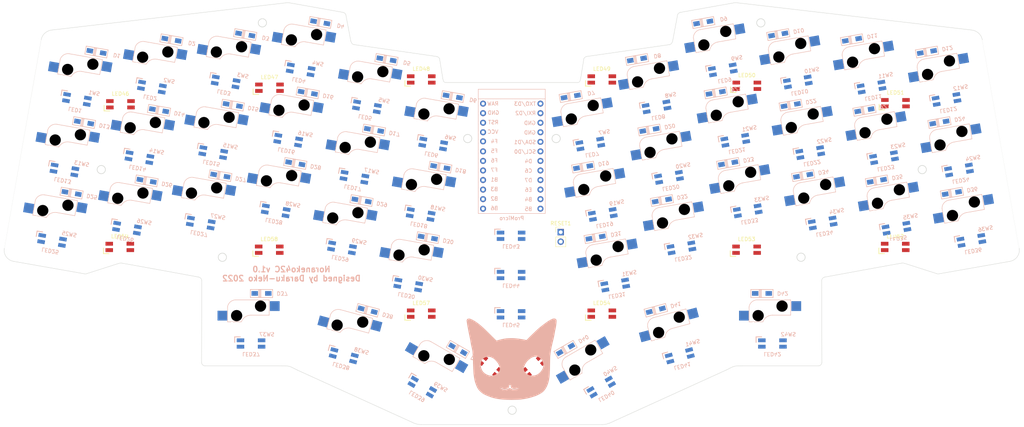
<source format=kicad_pcb>
(kicad_pcb (version 20211014) (generator pcbnew)
  (title_block (date "2022-09-22"))
  (layers (0 "F.Cu" signal) (31 "B.Cu" signal) (34 "B.Paste" user) (35 "F.Paste" user) (36 "B.SilkS" user "B.Silkscreen") (37 "F.SilkS" user "F.Silkscreen") (38 "B.Mask" user) (39 "F.Mask" user) (44 "Edge.Cuts" user))
  (net 0 "")
  (net 1 "ROW0")
  (net 2 "Net-(D1-Pad2)")
  (net 3 "Net-(D2-Pad2)")
  (net 4 "Net-(D3-Pad2)")
  (net 5 "Net-(D4-Pad2)")
  (net 6 "Net-(D5-Pad2)")
  (net 7 "Net-(D6-Pad2)")
  (net 8 "Net-(D7-Pad2)")
  (net 9 "Net-(D8-Pad2)")
  (net 10 "Net-(D9-Pad2)")
  (net 11 "Net-(D10-Pad2)")
  (net 12 "Net-(D11-Pad2)")
  (net 13 "Net-(D12-Pad2)")
  (net 14 "ROW1")
  (net 15 "Net-(D13-Pad2)")
  (net 16 "Net-(D14-Pad2)")
  (net 17 "Net-(D15-Pad2)")
  (net 18 "Net-(D16-Pad2)")
  (net 19 "Net-(D17-Pad2)")
  (net 20 "Net-(D18-Pad2)")
  (net 21 "Net-(D19-Pad2)")
  (net 22 "Net-(D20-Pad2)")
  (net 23 "Net-(D21-Pad2)")
  (net 24 "Net-(D22-Pad2)")
  (net 25 "Net-(D23-Pad2)")
  (net 26 "Net-(D24-Pad2)")
  (net 27 "ROW2")
  (net 28 "Net-(D25-Pad2)")
  (net 29 "Net-(D26-Pad2)")
  (net 30 "Net-(D27-Pad2)")
  (net 31 "Net-(D28-Pad2)")
  (net 32 "Net-(D29-Pad2)")
  (net 33 "Net-(D30-Pad2)")
  (net 34 "Net-(D31-Pad2)")
  (net 35 "Net-(D32-Pad2)")
  (net 36 "Net-(D33-Pad2)")
  (net 37 "Net-(D34-Pad2)")
  (net 38 "Net-(D35-Pad2)")
  (net 39 "Net-(D36-Pad2)")
  (net 40 "ROW3")
  (net 41 "Net-(D37-Pad2)")
  (net 42 "Net-(D38-Pad2)")
  (net 43 "Net-(D39-Pad2)")
  (net 44 "Net-(D40-Pad2)")
  (net 45 "Net-(D41-Pad2)")
  (net 46 "Net-(D42-Pad2)")
  (net 47 "VCC")
  (net 48 "Net-(LED1-Pad2)")
  (net 49 "GND")
  (net 50 "LED")
  (net 51 "Net-(LED2-Pad2)")
  (net 52 "Net-(LED3-Pad2)")
  (net 53 "Net-(LED4-Pad2)")
  (net 54 "Net-(LED5-Pad2)")
  (net 55 "Net-(LED6-Pad2)")
  (net 56 "Net-(LED7-Pad2)")
  (net 57 "Net-(LED8-Pad2)")
  (net 58 "Net-(LED10-Pad4)")
  (net 59 "Net-(LED10-Pad2)")
  (net 60 "Net-(LED11-Pad2)")
  (net 61 "Net-(LED20-Pad2)")
  (net 62 "Net-(LED12-Pad2)")
  (net 63 "Net-(LED13-Pad2)")
  (net 64 "Net-(LED14-Pad2)")
  (net 65 "Net-(LED15-Pad2)")
  (net 66 "Net-(LED16-Pad2)")
  (net 67 "Net-(LED17-Pad2)")
  (net 68 "Net-(LED18-Pad2)")
  (net 69 "Net-(LED19-Pad2)")
  (net 70 "Net-(LED21-Pad2)")
  (net 71 "Net-(LED22-Pad2)")
  (net 72 "Net-(LED23-Pad2)")
  (net 73 "Net-(LED24-Pad2)")
  (net 74 "Net-(LED25-Pad2)")
  (net 75 "Net-(LED26-Pad2)")
  (net 76 "Net-(LED27-Pad2)")
  (net 77 "Net-(LED28-Pad2)")
  (net 78 "Net-(LED29-Pad2)")
  (net 79 "Net-(LED31-Pad2)")
  (net 80 "Net-(LED32-Pad2)")
  (net 81 "Net-(LED33-Pad2)")
  (net 82 "Net-(LED34-Pad2)")
  (net 83 "Net-(LED35-Pad2)")
  (net 84 "Net-(LED36-Pad2)")
  (net 85 "Net-(LED37-Pad2)")
  (net 86 "Net-(LED38-Pad2)")
  (net 87 "Net-(LED39-Pad2)")
  (net 88 "Net-(LED41-Pad2)")
  (net 89 "Net-(LED42-Pad2)")
  (net 90 "Net-(LED43-Pad2)")
  (net 91 "Net-(LED44-Pad2)")
  (net 92 "Net-(LED45-Pad2)")
  (net 93 "Net-(LED46-Pad2)")
  (net 94 "Net-(LED47-Pad2)")
  (net 95 "Net-(LED48-Pad2)")
  (net 96 "Net-(LED49-Pad2)")
  (net 97 "Net-(LED30-Pad2)")
  (net 98 "reset")
  (net 99 "COL0")
  (net 100 "COL1")
  (net 101 "COL2")
  (net 102 "COL3")
  (net 103 "COL4")
  (net 104 "COL5")
  (net 105 "COL6")
  (net 106 "COL7")
  (net 107 "COL8")
  (net 108 "COL9")
  (net 109 "COL10")
  (net 110 "COL11")
  (net 113 "Net-(LED40-Pad2)")
  (net 114 "Net-(LED50-Pad2)")
  (net 115 "Net-(LED57-Pad2)")
  (net 116 "Net-(LED51-Pad2)")
  (net 117 "Net-(LED52-Pad2)")
  (net 118 "Net-(LED53-Pad2)")
  (net 119 "Net-(LED54-Pad2)")
  (net 120 "Net-(LED55-Pad2)")
  (net 121 "Net-(LED56-Pad2)")
  (net 122 "Net-(LED58-Pad2)")
  (footprint "Noraneko:MX_Socket" (layer "F.Cu") (at 290.8776 131.3165 10)
    (fp_text reference "SW34")
    (fp_text value "SW_Push" hide)
  )
  (footprint "Noraneko:MX_Socket" (layer "F.Cu") (at 278.3806 163.2816)
    (fp_text reference "SW42")
    (fp_text value "SW_Push" hide)
  )
  (footprint "Noraneko:MX_Socket" (layer "F.Cu") (at 287.5696 112.5559 10)
    (fp_text reference "SW22")
    (fp_text value "SW_Push" hide)
  )
  (footprint "Noraneko:MX_Socket" (layer "F.Cu") (at 253.3565 137.9325 10)
    (fp_text reference "SW32")
    (fp_text value "SW_Push" hide)
  )
  (footprint "Noraneko:SK6812MINI-E" (layer "F.Cu") (at 311.0441 101.3228)
    (fp_text reference "LED51")
    (fp_text value "SK6812MINI-E" hide)
  )
  (footprint "Noraneko:MX_Socket" (layer "F.Cu") (at 310.4652 132.6987 10)
    (fp_text reference "SW35")
    (fp_text value "SW_Push" hide)
  )
  (footprint "Noraneko:MX_Socket" (layer "F.Cu") (at 114.3791 95.1775 -10)
    (fp_text reference "SW2")
    (fp_text value "SW_Push" hide)
  )
  (footprint "Noraneko:MX_Socket" (layer "F.Cu") (at 246.7405 100.4113 10)
    (fp_text reference "SW8")
    (fp_text value "SW_Push" hide)
  )
  (footprint "Noraneko:MX_Socket" (layer "F.Cu") (at 107.7631 132.6987 -10)
    (fp_text reference "SW26")
    (fp_text value "SW_Push" hide)
  )
  (footprint "Noraneko:SK6812MINI-E" (layer "F.Cu") (at 144.6921 140.2918)
    (fp_text reference "LED58")
    (fp_text value "SK6812MINI-E" hide)
  )
  (footprint "Noraneko:MX_Socket" (layer "F.Cu") (at 327.0756 117.1963 10)
    (fp_text reference "SW24")
    (fp_text value "SW_Push" hide)
  )
  (footprint "Noraneko:MX_Socket" (layer "F.Cu") (at 91.1527 117.1963 -10)
    (fp_text reference "SW13")
    (fp_text value "SW_Push" hide)
  )
  (footprint "Noraneko:MX_Socket" (layer "F.Cu") (at 185.7826 129.0461 -10)
    (fp_text reference "SW18")
    (fp_text value "SW_Push" hide)
  )
  (footprint "Noraneko:SK6812MINI-E" (layer "F.Cu") (at 233.0391 95.0128)
    (fp_text reference "LED49")
    (fp_text value "SK6812MINI-E" hide)
  )
  (footprint "Noraneko:MX_Socket" (layer "F.Cu") (at 264.344 90.5932 10)
    (fp_text reference "SW9")
    (fp_text value "SW_Push" hide)
  )
  (footprint "Noraneko:MX_Socket" (layer "F.Cu") (at 171.4879 100.4113 -10)
    (fp_text reference "SW5")
    (fp_text value "SW_Push" hide)
  )
  (footprint "Noraneko:MX_Socket" (layer "F.Cu") (at 330.3836 135.9569 10)
    (fp_text reference "SW36")
    (fp_text value "SW_Push" hide)
  )
  (footprint "Noraneko:MX_Socket" (layer "F.Cu") (at 147.2691 128.0583 -10)
    (fp_text reference "SW28")
    (fp_text value "SW_Push" hide)
  )
  (footprint "Noraneko:MX_Socket" (layer "F.Cu") (at 182.4746 147.8067 -10)
    (fp_text reference "SW30")
    (fp_text value "SW_Push" hide)
  )
  (footprint "Noraneko:MX_Socket" (layer "F.Cu") (at 235.7537 147.8067 10)
    (fp_text reference "SW31")
    (fp_text value "SW_Push" hide)
  )
  (footprint "Noraneko:MX_Socket" (layer "F.Cu") (at 130.6587 112.5559 -10)
    (fp_text reference "SW15")
    (fp_text value "SW_Push" hide)
  )
  (footprint "Connector_PinHeader_2.54mm:PinHeader_1x02_P2.54mm_Vertical" (layer "F.Cu") (at 222.1241 138.5378)
    (fp_text reference "RESET1")
    (fp_text value "SW_Push")
  )
  (footprint "Noraneko:MX_Socket" (layer "F.Cu") (at 267.6512 109.2977 10)
    (fp_text reference "SW21")
    (fp_text value "SW_Push" hide)
  )
  (footprint "Noraneko:MX_Socket" (layer "F.Cu") (at 165.7584 166.7093 -15)
    (fp_text reference "SW38")
    (fp_text value "SW_Push" hide)
  )
  (footprint "Noraneko:MX_Socket" (layer "F.Cu") (at 250.0485 119.1719 10)
    (fp_text reference "SW20")
    (fp_text value "SW_Push" hide)
  )
  (footprint "Noraneko:MX_Socket" (layer "F.Cu") (at 230.435999 175.5168 30)
    (fp_text reference "SW40")
    (fp_text value "SW_Push" hide)
  )
  (footprint "Noraneko:MX_Socket" (layer "F.Cu") (at 323.7676 98.4357 10)
    (fp_text reference "SW12")
    (fp_text value "SW_Push" hide)
  )
  (footprint "Noraneko:MX_Socket" (layer "F.Cu") (at 94.4607 98.4357 -10)
    (fp_text reference "SW1")
    (fp_text value "SW_Push" hide)
  )
  (footprint "Noraneko:SK6812MINI-E" (layer "F.Cu") (at 271.5641 96.6978)
    (fp_text reference "LED50")
    (fp_text value "SK6812MINI-E" hide)
  )
  (footprint "Noraneko:SK6812MINI-E" (layer "F.Cu") (at 205.273389 172.029347 -40)
    (fp_text reference "LED56")
    (fp_text value "SK6812MINI-E" hide)
  )
  (footprint "Noraneko:MX_Socket" (layer "F.Cu") (at 87.8447 135.9569 -10)
    (fp_text reference "SW25")
    (fp_text value "SW_Push" hide)
  )
  (footprint "Noraneko:MX_Socket" (layer "F.Cu") (at 270.9592 128.0583 10)
    (fp_text reference "SW33")
    (fp_text value "SW_Push" hide)
  )
  (footprint "Noraneko:MX_Socket" (layer "F.Cu") (at 232.4457 129.0461 10)
    (fp_text reference "SW19")
    (fp_text value "SW_Push" hide)
  )
  (footprint "Noraneko:MX_Socket" (layer "F.Cu") (at 164.8719 137.9325 -10)
    (fp_text reference "SW29")
    (fp_text value "SW_Push" hide)
  )
  (footprint "Noraneko:MX_Socket" (layer "F.Cu") (at 139.8477 163.2816)
    (fp_text reference "SW37")
    (fp_text value "SW_Push" hide)
  )
  (footprint "Noraneko:SK6812MINI-E" (layer "F.Cu") (at 185.0741 95.0128)
    (fp_text reference "LED48")
    (fp_text value "SK6812MINI-E" hide)
  )
  (footprint "Noraneko:SK6812MINI-E" (layer "F.Cu") (at 310.9781 139.55)
    (fp_text reference "LED52")
    (fp_text value "SK6812MINI-E" hide)
  )
  (footprint "Noraneko:MX_Socket" (layer "F.Cu") (at 127.3507 131.3165 -10)
    (fp_text reference "SW27")
    (fp_text value "SW_Push" hide)
  )
  (footprint "Noraneko:SK6812MINI-E" (layer "F.Cu") (at 105.174 101.614)
    (fp_text reference "LED46")
    (fp_text value "SK6812MINI-E" hide)
  )
  (footprint "Noraneko:MX_Socket" (layer "F.Cu") (at 111.0711 113.9381 -10)
    (fp_text reference "SW14")
    (fp_text value "SW_Push" hide)
  )
  (footprint "Noraneko:MX_Socket" (layer "F.Cu") (at 229.1377 110.2855 10)
    (fp_text reference "SW7")
    (fp_text value "SW_Push" hide)
  )
  (footprint "Noraneko:MX_Socket" (layer "F.Cu") (at 150.5771 109.2977 -10)
    (fp_text reference "SW16")
    (fp_text value "SW_Push" hide)
  )
  (footprint "Noraneko:SK6812MINI-E" (layer "F.Cu") (at 105 139.55)
    (fp_text reference "LED59")
    (fp_text value "SK6812MINI-E" hide)
  )
  (footprint "Noraneko:SK6812MINI-E" (layer "F.Cu") (at 233.0391 157.2903)
    (fp_text reference "LED54")
    (fp_text value "SK6812MINI-E" hide)
  )
  (footprint "Noraneko:MX_Socket" (layer "F.Cu") (at 252.4699 166.7093 15)
    (fp_text reference "SW41")
    (fp_text value "SW_Push" hide)
  )
  (footprint "Noraneko:MX_Socket" (layer "F.Cu") (at 133.9667 93.7953 -10)
    (fp_text reference "SW3")
    (fp_text value "SW_Push" hide)
  )
  (footprint "Noraneko:MX_Socket" (layer "F.Cu") (at 303.8492 95.1775 10)
    (fp_text reference "SW11")
    (fp_text value "SW_Push" hide)
  )
  (footprint "Noraneko:SK6812MINI-E" (layer "F.Cu") (at 144.7581 97.2118)
    (fp_text reference "LED47")
    (fp_text value "SK6812MINI-E" hide)
  )
  (footprint "Noraneko:MX_Socket" (layer "F.Cu") (at 284.2616 93.7953 10)
    (fp_text reference "SW10")
    (fp_text value "SW_Push" hide)
  )
  (footprint "Noraneko:MX_Socket" (layer "F.Cu") (at 153.8941 90.5678 -10)
    (fp_text reference "SW4")
    (fp_text value "SW_Push" hide)
  )
  (footprint "Noraneko:SK6812MINI-E" (layer "F.Cu") (at 271.4981 140.2918)
    (fp_text reference "LED53")
    (fp_text value "SK6812MINI-E" hide)
  )
  (footprint "Noraneko:SK6812MINI-E" (layer "F.Cu") (at 185.0741 157.2903)
    (fp_text reference "LED57")
    (fp_text value "SK6812MINI-E" hide)
  )
  (footprint "Noraneko:MX_Socket" (layer "F.Cu") (at 187.7923 175.5168 -30)
    (fp_text reference "SW39")
    (fp_text value "SW_Push" hide)
  )
  (footprint "Noraneko:MX_Socket" (layer "F.Cu") (at 189.0906 110.2855 -10)
    (fp_text reference "SW6")
    (fp_text value "SW_Push" hide)
  )
  (footprint "Noraneko:MX_Socket" (layer "F.Cu") (at 307.1572 113.9381 10)
    (fp_text reference "SW23")
    (fp_text value "SW_Push" hide)
  )
  (footprint "Noraneko:MX_Socket" (layer "F.Cu") (at 168.1799 119.1719 -10)
    (fp_text reference "SW17")
    (fp_text value "SW_Push" hide)
  )
  (footprint "Noraneko:SK6812MINI-E" (layer "F.Cu") (at 216.870587 176.499217 -140)
    (fp_text reference "LED55")
    (fp_text value "SK6812MINI-E" hide)
  )
  (footprint "Noraneko:SK6812MINI-E" (layer "B.Cu") (at 288.9142 120.2578 10)
    (fp_text reference "LED22")
    (fp_text value "SK6812MINI-E" hide)
  )
  (footprint "Noraneko:SK6812MINI-E" (layer "B.Cu") (at 86.5041 143.6078 -10)
    (fp_text reference "LED25")
    (fp_text value "SK6812MINI-E" hide)
  )
  (footprint "Noraneko:SK6812MINI-E" (layer "B.Cu") (at 183.8988 182.2544 -30)
    (fp_text reference "LED39")
    (fp_text value "SK6812MINI-E" hide)
  )
  (footprint "Noraneko:1N4148W" (layer "B.Cu") (at 306.1102 124.8746 10)
    (fp_text reference "D35")
    (fp_text value "D" hide)
  )
  (footprint "Noraneko:SK6812MINI-E" (layer "B.Cu") (at 234.3295 182.2544 30)
    (fp_text reference "LED40")
    (fp_text value "SK6812MINI-E" hide)
  )
  (footprint "Noraneko:SK6812MINI-E" (layer "B.Cu") (at 163.525 145.595 -10)
    (fp_text reference "LED29")
    (fp_text value "SK6812MINI-E" hide)
  )
  (footprint "Noraneko:1N4148W" (layer "B.Cu") (at 142.6477 154.8316)
    (fp_text reference "D37")
    (fp_text value "D" hide)
  )
  (footprint "Noraneko:1N4148W" (layer "B.Cu") (at 266.6042 120.2343 10)
    (fp_text reference "D33")
    (fp_text value "D" hide)
  )
  (footprint "Noraneko:SK6812MINI-E" (layer "B.Cu") (at 237.1133 155.465 10)
    (fp_text reference "LED31")
    (fp_text value "SK6812MINI-E" hide)
  )
  (footprint "Noraneko:SK6812MINI-E" (layer "B.Cu") (at 93.1077 106.1116 -10)
    (fp_text reference "LED1")
    (fp_text value "SK6812MINI-E" hide)
  )
  (footprint "Noraneko:SK6812MINI-E" (layer "B.Cu") (at 152.544 98.2325 -10)
    (fp_text reference "LED4")
    (fp_text value "SK6812MINI-E" hide)
  )
  (footprint "Noraneko:SK6812MINI-E" (layer "B.Cu") (at 184.415 136.705 -10)
    (fp_text reference "LED18")
    (fp_text value "SK6812MINI-E" hide)
  )
  (footprint "Noraneko:SK6812MINI-E" (layer "B.Cu") (at 251.4033 126.835 10)
    (fp_text reference "LED20")
    (fp_text value "SK6812MINI-E" hide)
  )
  (footprint "Noraneko:1N4148W" (layer "B.Cu") (at 115.4261 106.114 -10)
    (fp_text reference "D14")
    (fp_text value "D" hide)
  )
  (footprint "Noraneko:1N4148W" (layer "B.Cu") (at 302.8022 106.114 10)
    (fp_text reference "D23")
    (fp_text value "D" hide)
  )
  (footprint "Noraneko:SK6812MINI-E" (layer "B.Cu") (at 208.9381 163.3038)
    (fp_text reference "LED45")
    (fp_text value "SK6812MINI-E" hide)
  )
  (footprint "Noraneko:SK6812MINI-E" (layer "B.Cu") (at 149.225 116.975 -10)
    (fp_text reference "LED16")
    (fp_text value "SK6812MINI-E" hide)
  )
  (footprint "Noraneko:1N4148W" (layer "B.Cu") (at 92.1997 128.1328 -10)
    (fp_text reference "D25")
    (fp_text value "D" hide)
  )
  (footprint "Noraneko:1N4148W" (layer "B.Cu") (at 279.9066 85.9713 10)
    (fp_text reference "D10")
    (fp_text value "D" hide)
  )
  (footprint "Noraneko:SK6812MINI-E" (layer "B.Cu") (at 285.6133 101.465 10)
    (fp_text reference "LED10")
    (fp_text value "SK6812MINI-E" hide)
  )
  (footprint "Noraneko:SK6812MINI-E" (layer "B.Cu") (at 170.1441 108.0778 -10)
    (fp_text reference "LED5")
    (fp_text value "SK6812MINI-E" hide)
  )
  (footprint "Noraneko:SK6812MINI-E" (layer "B.Cu") (at 166.825 126.835 -10)
    (fp_text reference "LED17")
    (fp_text value "SK6812MINI-E" hide)
  )
  (footprint "Noraneko:SK6812MINI-E" (layer "B.Cu") (at 145.915 135.735 -10)
    (fp_text reference "LED28")
    (fp_text value "SK6812MINI-E" hide)
  )
  (footprint "Noraneko:1N4148W" (layer "B.Cu") (at 259.9889 82.7692 10)
    (fp_text reference "D9")
    (fp_text value "D" hide)
  )
  (footprint "Noraneko:SK6812MINI-E" (layer "B.Cu") (at 233.8133 136.705 10)
    (fp_text reference "LED19")
    (fp_text value "SK6812MINI-E" hide)
  )
  (footprint "Noraneko:SK6812MINI-E" (layer "B.Cu") (at 325.1206 106.1116 10)
    (fp_text reference "LED12")
    (fp_text value "SK6812MINI-E" hide)
  )
  (footprint "Noraneko:SK6812MINI-E" (layer "B.Cu") (at 248.0842 108.0778 10)
    (fp_text reference "LED8")
    (fp_text value "SK6812MINI-E" hide)
  )
  (footprint "Noraneko:1N4148W" (layer "B.Cu") (at 249.0014 130.1085 10)
    (fp_text reference "D32")
    (fp_text value "D" hide)
  )
  (footprint "Noraneko:1N4148W" (layer "B.Cu") (at 245.6934 111.3479 10)
    (fp_text reference "D20")
    (fp_text value "D" hide)
  )
  (footprint "Noraneko:SK6812MINI-E" (layer "B.Cu") (at 292.2242 138.9778 10)
    (fp_text reference "LED34")
    (fp_text value "SK6812MINI-E" hide)
  )
  (footprint "Noraneko:1N4148W" (layer "B.Cu") (at 193.4457 102.4615 -10)
    (fp_text reference "D6")
    (fp_text value "D" hide)
  )
  (footprint "Noraneko:SK6812MINI-E" (layer "B.Cu") (at 109.7141 121.5978 -10)
    (fp_text reference "LED14")
    (fp_text value "SK6812MINI-E" hide)
  )
  (footprint "Noraneko:1N4148W" (layer "B.Cu") (at 275.5806 154.8316)
    (fp_text reference "D42")
    (fp_text value "D" hide)
  )
  (footprint "Noraneko:1N4148W" (layer "B.Cu") (at 319.4126 90.6117 10)
    (fp_text reference "D12")
    (fp_text value "D" hide)
  )
  (footprint "Noraneko:SK6812MINI-E" (layer "B.Cu") (at 254.7033 145.595 10)
    (fp_text reference "LED32")
    (fp_text value "SK6812MINI-E" hide)
  )
  (footprint "Noraneko:SK6812MINI-E" (layer "B.Cu") (at 230.4892 117.9638 10)
    (fp_text reference "LED7")
    (fp_text value "SK6812MINI-E" hide)
  )
  (footprint "Noraneko:1N4148W" (layer "B.Cu") (at 223.4112 169.6994 30)
    (fp_text reference "D40")
    (fp_text value "D" hide)
  )
  (footprint "Noraneko:SK6812MINI-E" (layer "B.Cu") (at 106.405 140.365 -10)
    (fp_text reference "LED26")
    (fp_text value "SK6812MINI-E" hide)
  )
  (footprint "Noraneko:1N4148W" (layer "B.Cu") (at 242.3854 92.5873 10)
    (fp_text reference "D8")
    (fp_text value "D" hide)
  )
  (footprint "Noraneko:SK6812MINI-E" (layer "B.Cu") (at 113.025 102.845 -10)
    (fp_text reference "LED2")
    (fp_text value "SK6812MINI-E" hide)
  )
  (footprint "Noraneko:1N4148W" (layer "B.Cu") (at 247.3842 159.2975 15)
    (fp_text reference "D41")
    (fp_text value "D" hide)
  )
  (footprint "Noraneko:SK6812MINI-E" (layer "B.Cu") (at 181.115 155.465 -10)
    (fp_text reference "LED30")
    (fp_text value "SK6812MINI-E" hide)
  )
  (footprint "Noraneko:1N4148W" (layer "B.Cu") (at 231.3986 139.9827 10)
    (fp_text reference "D31")
    (fp_text value "D" hide)
  )
  (footprint "Noraneko:1N4148W" (layer "B.Cu") (at 98.8157 90.6117 -10)
    (fp_text reference "D1")
    (fp_text value "D" hide)
  )
  (footprint "Noraneko:SK6812MINI-E" (layer "B.Cu") (at 331.7242 143.6078 10)
    (fp_text reference "LED36")
    (fp_text value "SK6812MINI-E" hide)
  )
  (footprint "Noraneko:1N4148W" (layer "B.Cu") (at 154.9321 101.4737 -10)
    (fp_text reference "D16")
    (fp_text value "D" hide)
  )
  (footprint "Noraneko:1N4148W" (layer "B.Cu") (at 158.2491 82.7438 -10)
    (fp_text reference "D4")
    (fp_text value "D" hide)
  )
  (footprint "Noraneko:1N4148W" (layer "B.Cu") (at 95.5077 109.3723 -10)
    (fp_text reference "D13")
    (fp_text value "D" hide)
  )
  (footprint "Noraneko:SK6812MINI-E" (layer "B.Cu") (at 187.7391 117.9638 -10)
    (fp_text reference "LED6")
    (fp_text value "SK6812MINI-E" hide)
  )
  (footprint "Noraneko:SK6812MINI-E" (layer "B.Cu") (at 208.9381 142.4213)
    (fp_text reference "LED43")
    (fp_text value "SK6812MINI-E" hide)
  )
  (footprint "Noraneko:1N4148W" (layer "B.Cu") (at 283.2146 104.7319 10)
    (fp_text reference "D22")
    (fp_text value "D" hide)
  )
  (footprint "Noraneko:1N4148W" (layer "B.Cu") (at 131.7057 123.4925 -10)
    (fp_text reference "D27")
    (fp_text value "D" hide)
  )
  (footprint "Noraneko:SK6812MINI-E" (layer "B.Cu") (at 265.6941 98.2578 10)
    (fp_text reference "LED9")
    (fp_text value "SK6812MINI-E" hide)
  )
  (footprint "Noraneko:1N4148W" (layer "B.Cu") (at 135.0137 104.7319 -10)
    (fp_text reference "D15")
    (fp_text value "D" hide)
  )
  (footprint "Noraneko:1N4148W" (layer "B.Cu") (at 263.2962 101.4737 10)
    (fp_text reference "D21")
    (fp_text value "D" hide)
  )
  (footprint "Noraneko:1N4148W" (layer "B.Cu") (at 194.8172 169.6994 -30)
    (fp_text reference "D39")
    (fp_text value "D" hide)
  )
  (footprint "Noraneko:SK6812MINI-E" (layer "B.Cu") (at 278.3656 171.0716)
    (fp_text reference "LED42")
    (fp_text value "SK6812MINI-E" hide)
  )
  (footprint "Noraneko:1N4148W" (layer "B.Cu") (at 322.7206 109.3723 10)
    (fp_text reference "D24")
    (fp_text value "D" hide)
  )
  (footprint "Noraneko:1N4148W" (layer "B.Cu") (at 170.8441 159.2975 -15)
    (fp_text reference "D38")
    (fp_text value "D" hide)
  )
  (footprint "Noraneko:SK6812MINI-E" (layer "B.Cu") (at 163.7362 174.2275 -15)
    (fp_text reference "LED38")
    (fp_text value "SK6812MINI-E" hide)
  )
  (footprint "Noraneko:SK6812MINI-E" (layer "B.Cu") (at 126.0041 138.9778 -10)
    (fp_text reference "LED27")
    (fp_text value "SK6812MINI-E" hide)
  )
  (footprint "Noraneko:1N4148W" (layer "B.Cu") (at 286.5226 123.4925 10)
    (fp_text reference "D34")
    (fp_text value "D" hide)
  )
  (footprint "Noraneko:SK6812MINI-E" (layer "B.Cu") (at 139.8627 171.0716)
    (fp_text reference "LED37")
    (fp_text value "SK6812MINI-E" hide)
  )
  (footprint "Noraneko:SK6812MINI-E" (layer "B.Cu") (at 132.615 101.465 -10)
    (fp_text reference "LED3")
    (fp_text value "SK6812MINI-E" hide)
  )
  (footprint "Noraneko:1N4148W" (layer "B.Cu") (at 151.6241 120.2343 -10)
    (fp_text reference "D28")
    (fp_text value "D" hide)
  )
  (footprint "Noraneko:1N4148W" (layer "B.Cu") (at 175.8429 92.5873 -10)
    (fp_text reference "D5")
    (fp_text value "D" hide)
  )
  (footprint "Noraneko:SK6812MINI-E" (layer "B.Cu") (at 272.3133 135.735 10)
    (fp_text reference "LED33")
    (fp_text value "SK6812MINI-E" hide)
  )
  (footprint "Noraneko:SK6812MINI-E" (layer "B.Cu") (at 89.795 124.885 -10)
    (fp_text reference "LED13")
    (fp_text value "SK6812MINI-E" hide)
  )
  (footprint "Noraneko:SK6812MINI-E" (layer "B.Cu") (at 328.4333 124.885 10)
    (fp_text reference "LED24")
    (fp_text value "SK6812MINI-E" hide)
  )
  (footprint "Noraneko:SK6812MINI-E" (layer "B.Cu") (at 208.9381 152.8626)
    (fp_text reference "LED44")
    (fp_text value "SK6812MINI-E" hide)
  )
  (footprint "Noraneko:1N4148W" (layer "B.Cu") (at 112.1181 124.8746 -10)
    (fp_text reference "D26")
    (fp_text value "D" hide)
  )
  (footprint "Noraneko:SK6812MINI-E" (layer "B.Cu") (at 269.0033 116.975 10)
    (fp_text reference "LED21")
    (fp_text value "SK6812MINI-E" hide)
  )
  (footprint "Noraneko:SK6812MINI-E" (layer "B.Cu") (at 311.8233 140.365 10)
    (fp_text reference "LED35")
    (fp_text value "SK6812MINI-E" hide)
  )
  (footprint "Noraneko:1N4148W" (layer "B.Cu") (at 118.7341 87.3535 -10)
    (fp_text reference "D2")
    (fp_text value "D" hide)
  )
  (footprint "Noraneko:1N4148W" (layer "B.Cu") (at 224.7826 102.4615 10)
    (fp_text reference "D7")
    (fp_text value "D" hide)
  )
  (footprint "Noraneko:1N4148W" (layer "B.Cu") (at 326.0286 128.1328 10)
    (fp_text reference "D36")
    (fp_text value "D" hide)
  )
  (footprint "Noraneko:SK6812MINI-E" (layer "B.Cu") (at 254.4921 174.2275 15)
    (fp_text reference "LED41")
    (fp_text value "SK6812MINI-E" hide)
  )
  (footprint "Noraneko:SK6812MINI-E" (layer "B.Cu") (at 305.2033 102.845 10)
    (fp_text reference "LED11")
    (fp_text value "SK6812MINI-E" hide)
  )
  (footprint "Noraneko:SK6812MINI-E" (layer "B.Cu") (at 129.3141 120.2578 -10)
    (fp_text reference "LED15")
    (fp_text value "SK6812MINI-E" hide)
  )
  (footprint "Noraneko:1N4148W" (layer "B.Cu") (at 228.0906 121.2221 10)
    (fp_text reference "D19")
    (fp_text value "D" hide)
  )
  (footprint "Noraneko:1N4148W" (layer "B.Cu") (at 172.5349 111.3479 -10)
    (fp_text reference "D17")
    (fp_text value "D" hide)
  )
  (footprint "Noraneko:SK6812MINI-E" (layer "B.Cu") (at 308.5142 121.5978 10)
    (fp_text reference "LED23")
    (fp_text value "SK6812MINI-E" hide)
  )
  (footprint "Noraneko:1N4148W" (layer "B.Cu") (at 190.1377 121.2221 -10)
    (fp_text reference "D18")
    (fp_text value "D" hide)
  )
  (footprint "Noraneko:Pro_Micro" (layer "B.Cu") (at 209.0301 119.767 180)
    (fp_text reference "U1" hide)
    (fp_text value "ProMicro")
  )
  (footprint "Noraneko:1N4148W" (layer "B.Cu") (at 169.2269 130.1085 -10)
    (fp_text reference "D29")
    (fp_text value "D" hide)
  )
  (footprint "Noraneko:1N4148W" (layer "B.Cu") (at 186.8297 139.9827 -10)
    (fp_text reference "D30")
    (fp_text value "D" hide)
  )
  (footprint "Noraneko:1N4148W" (layer "B.Cu") (at 138.3217 85.9713 -10)
    (fp_text reference "D3")
    (fp_text value "D" hide)
  )
  (footprint "Noraneko:1N4148W" (layer "B.Cu") (at 299.4942 87.3535 10)
    (fp_text reference "D11")
    (fp_text value "D" hide)
  )
  (gr_poly (pts (xy 220.381836 161.584567) (xy 220.364459 161.585244) (xy 220.346307 161.586542) (xy 220.327229 161.588439) (xy 220.307075 161.590911) (xy 220.238554 161.602351) (xy 220.16507 161.619108) (xy 220.086788 161.641103) (xy 220.003873 161.668254) (xy 219.916491 161.700481) (xy 219.824807 161.737705) (xy 219.728988 161.779845) (xy 219.629198 161.826822) (xy 219.525603 161.878554) (xy 219.418368 161.934962) (xy 219.30766 161.995966) (xy 219.193643 162.061484) (xy 219.076483 162.131439) (xy 218.956346 162.205748) (xy 218.833397 162.284332) (xy 218.707801 162.367111) (xy 218.430134 162.558206) (xy 218.116767 162.783095) (xy 217.780466 163.03197) (xy 217.433996 163.295022) (xy 217.090119 163.562444) (xy 216.761601 163.824428) (xy 216.461206 164.071164) (xy 216.201698 164.292846) (xy 215.922296 164.545089) (xy 215.56478 164.878623) (xy 214.724187 165.683942) (xy 213.897485 166.497555) (xy 213.557332 166.841457) (xy 213.302238 167.108215) (xy 213.261765 167.150994) (xy 213.224146 167.188604) (xy 213.206197 167.205515) (xy 213.18871 167.221186) (xy 213.171602 167.235636) (xy 213.154788 167.248882) (xy 213.138186 167.260941) (xy 213.121711 167.271832) (xy 213.105279 167.281572) (xy 213.088807 167.290178) (xy 213.072211 167.297668) (xy 213.055408 167.30406) (xy 213.038313 167.309371) (xy 213.020843 167.313619) (xy 213.002914 167.316822) (xy 212.984443 167.318997) (xy 212.965345 167.320162) (xy 212.945538 167.320334) (xy 212.924936 167.319532) (xy 212.903457 167.317772) (xy 212.881017 167.315072) (xy 212.857532 167.311451) (xy 212.832918 167.306925) (xy 212.807092 167.301513) (xy 212.751468 167.288098) (xy 212.689989 167.271348) (xy 212.621986 167.251403) (xy 212.577915 167.239571) (xy 212.517927 167.225613) (xy 212.444686 167.210042) (xy 212.360853 167.193374) (xy 212.269091 167.176122) (xy 212.172064 167.158801) (xy 212.072433 167.141924) (xy 211.972862 167.126006) (xy 211.56874 167.06186) (xy 211.268806 167.011596) (xy 211.151321 166.992299) (xy 211.009783 166.971975) (xy 210.848054 166.951062) (xy 210.67 166.93) (xy 210.280369 166.88918) (xy 209.871803 166.853027) (xy 209.659736 166.8418) (xy 209.384061 166.835586) (xy 209.067063 166.834062) (xy 208.731029 166.836904) (xy 208.398243 166.843788) (xy 208.090992 166.854389) (xy 207.83156 166.868385) (xy 207.642234 166.885452) (xy 207.425406 166.917202) (xy 207.167418 166.962147) (xy 206.883034 167.0171) (xy 206.587017 167.07887) (xy 206.294127 167.144271) (xy 206.019129 167.210113) (xy 205.776784 167.273208) (xy 205.581855 167.330367) (xy 205.431132 167.37823) (xy 205.313722 167.414455) (xy 205.224243 167.440164) (xy 205.157316 167.456483) (xy 205.130627 167.461472) (xy 205.107559 167.464534) (xy 205.087439 167.465811) (xy 205.069594 167.465441) (xy 205.053352 167.463567) (xy 205.038039 167.460328) (xy 205.007514 167.450317) (xy 204.992751 167.439985) (xy 204.963514 167.415029) (xy 204.864761 167.324299) (xy 204.717541 167.184248) (xy 204.528142 167.000993) (xy 204.047955 166.529351) (xy 203.474494 165.958328) (xy 202.831819 165.317191) (xy 202.286484 164.779861) (xy 201.821276 164.330506) (xy 201.418983 163.953292) (xy 201.062392 163.632386) (xy 200.73429 163.351954) (xy 200.417464 163.096164) (xy 200.094703 162.849182) (xy 199.903257 162.708469) (xy 199.715016 162.574953) (xy 199.53048 162.448892) (xy 199.35015 162.330547) (xy 199.174527 162.220178) (xy 199.004111 162.118043) (xy 198.839404 162.024403) (xy 198.680906 161.939517) (xy 198.529117 161.863646) (xy 198.384539 161.797048) (xy 198.247671 161.739983) (xy 198.119016 161.692712) (xy 197.999073 161.655493) (xy 197.888343 161.628587) (xy 197.787327 161.612252) (xy 197.696525 161.60675) (xy 197.66101 161.6077) (xy 197.627065 161.610573) (xy 197.594636 161.615404) (xy 197.56367 161.622226) (xy 197.534113 161.631073) (xy 197.505913 161.64198) (xy 197.479015 161.654981) (xy 197.453367 161.67011) (xy 197.428914 161.687401) (xy 197.405603 161.706888) (xy 197.383382 161.728605) (xy 197.362195 161.752587) (xy 197.341991 161.778867) (xy 197.322715 161.80748) (xy 197.304314 161.83846) (xy 197.286735 161.871841) (xy 197.21836 162.009811) (xy 197.279106 162.464462) (xy 197.30839 162.673282) (xy 197.34317 162.905757) (xy 197.379094 163.133546) (xy 197.411811 163.328308) (xy 197.542633 164.026611) (xy 197.732324 164.994008) (xy 197.916811 165.9082) (xy 198.03202 166.446884) (xy 198.059075 166.566366) (xy 198.091725 166.722899) (xy 198.166587 167.108556) (xy 198.242159 167.526734) (xy 198.303993 167.900314) (xy 198.355781 168.225287) (xy 198.400918 168.48056) (xy 198.422314 168.58898) (xy 198.443633 168.688282) (xy 198.465402 168.781234) (xy 198.488151 168.870605) (xy 198.549131 169.110368) (xy 198.60581 169.35215) (xy 198.657403 169.591745) (xy 198.703124 169.824945) (xy 198.742188 170.047543) (xy 198.773808 170.255331) (xy 198.7972 170.444102) (xy 198.811576 170.609649) (xy 198.8638 171.458785) (xy 198.897771 172.07825) (xy 198.916107 172.520807) (xy 198.921424 172.839218) (xy 198.923465 173.047099) (xy 198.92929 173.310611) (xy 198.938011 173.595952) (xy 198.948738 173.869323) (xy 199.006095 175.252212) (xy 199.01933 175.547357) (xy 199.03589 175.822865) (xy 199.056536 176.085701) (xy 199.082035 176.342828) (xy 199.113147 176.601212) (xy 199.150639 176.867818) (xy 199.195272 177.14961) (xy 199.24781 177.453552) (xy 199.284254 177.644947) (xy 199.325988 177.844193) (xy 199.370916 178.042935) (xy 199.416946 178.232818) (xy 199.461983 178.405486) (xy 199.503933 178.552584) (xy 199.540702 178.665756) (xy 199.55649 178.707009) (xy 199.570198 178.736648) (xy 199.577729 178.752445) (xy 199.588565 178.777595) (xy 199.602194 178.810803) (xy 199.618108 178.850772) (xy 199.654756 178.945813) (xy 199.694435 179.052352) (xy 199.754332 179.212729) (xy 199.813164 179.362831) (xy 199.871447 179.503487) (xy 199.929699 179.635529) (xy 199.988436 179.759785) (xy 200.048175 179.877087) (xy 200.109432 179.988262) (xy 200.172725 180.094142) (xy 200.238571 180.195557) (xy 200.307485 180.293335) (xy 200.379986 180.388308) (xy 200.45659 180.481305) (xy 200.537813 180.573155) (xy 200.624173 180.664689) (xy 200.716186 180.756737) (xy 200.814369 180.850128) (xy 200.981374 181.002942) (xy 201.057267 181.070179) (xy 201.129267 181.132129) (xy 201.198259 181.189413) (xy 201.265129 181.242651) (xy 201.330763 181.292463) (xy 201.396045 181.339469) (xy 201.461861 181.384291) (xy 201.529097 181.427548) (xy 201.598637 181.46986) (xy 201.671367 181.511848) (xy 201.748172 181.554132) (xy 201.829938 181.597333) (xy 202.011894 181.688964) (xy 202.35344 181.851598) (xy 202.691882 182.002005) (xy 203.028847 182.140548) (xy 203.365963 182.267591) (xy 203.704856 182.383496) (xy 204.047154 182.488627) (xy 204.394484 182.583348) (xy 204.748474 182.668022) (xy 205.110749 182.743011) (xy 205.482938 182.80868) (xy 205.866667 182.865392) (xy 206.263564 182.913511) (xy 206.675256 182.953398) (xy 207.10337 182.985419) (xy 207.549533 183.009936) (xy 208.015373 183.027313) (xy 208.711839 183.045392) (xy 208.949517 183.04997) (xy 209.067466 183.050598) (xy 209.412469 183.041633) (xy 210.083457 183.025848) (xy 210.439309 183.016714) (xy 210.741888 183.006082) (xy 211.006303 182.992673) (xy 211.247665 182.975206) (xy 211.481085 182.952401) (xy 211.721673 182.922978) (xy 211.984541 182.885656) (xy 212.284797 182.839157) (xy 212.677309 182.773081) (xy 213.049879 182.702417) (xy 213.40953 182.625369) (xy 213.763284 182.540145) (xy 214.118163 182.44495) (xy 214.481189 182.337991) (xy 214.859385 182.217473) (xy 215.259773 182.081603) (xy 215.462769 182.005382) (xy 215.683823 181.912509) (xy 215.916669 181.806153) (xy 216.15504 181.689485) (xy 216.392669 181.565673) (xy 216.623288 181.437888) (xy 216.84063 181.309299) (xy 217.038429 181.183074) (xy 217.191051 181.073425) (xy 217.339245 180.951166) (xy 217.482876 180.816529) (xy 217.621806 180.669749) (xy 217.755899 180.511059) (xy 217.885019 180.340693) (xy 218.00903 180.158884) (xy 218.127794 179.965865) (xy 218.182994 179.86655) (xy 211.212683 179.86655) (xy 211.210415 179.879683) (xy 211.20567 179.894077) (xy 211.198596 179.909605) (xy 211.18934 179.926143) (xy 211.178048 179.943566) (xy 211.16487 179.961749) (xy 211.149951 179.980567) (xy 211.133441 179.999896) (xy 211.115485 180.01961) (xy 211.075828 180.059695) (xy 211.03216 180.099823) (xy 210.985661 180.138995) (xy 210.937511 180.17621) (xy 210.888888 180.21047) (xy 210.864768 180.22618) (xy 210.840973 180.240776) (xy 210.817649 180.254134) (xy 210.794944 180.266128) (xy 210.733685 180.293963) (xy 210.666366 180.319126) (xy 210.593809 180.341738) (xy 210.516833 180.361921) (xy 210.43626 180.379796) (xy 210.352911 180.395483) (xy 210.267605 180.409106) (xy 210.181165 180.420783) (xy 210.008163 180.438791) (xy 209.840471 180.450475) (xy 209.684654 180.456807) (xy 209.547279 180.458755) (xy 209.461018 180.458394) (xy 209.390604 180.456535) (xy 209.360153 180.454829) (xy 209.332241 180.452492) (xy 209.306393 180.449439) (xy 209.282134 180.445583) (xy 209.258991 180.440839) (xy 209.236488 180.435121) (xy 209.214151 180.428344) (xy 209.191506 180.420423) (xy 209.168079 180.411271) (xy 209.143394 180.400804) (xy 209.088355 180.375579) (xy 209.050192 180.35676) (xy 209.00943 180.33526) (xy 208.967331 180.311831) (xy 208.925155 180.287225) (xy 208.884164 180.262194) (xy 208.845618 180.237488) (xy 208.810778 180.213861) (xy 208.780906 180.192062) (xy 208.767267 180.181907) (xy 208.753378 180.172036) (xy 208.739338 180.162501) (xy 208.725246 180.153352) (xy 208.711201 180.144641) (xy 208.697301 180.136418) (xy 208.683646 180.128736) (xy 208.670333 180.121644) (xy 208.657463 180.115196) (xy 208.645134 180.109441) (xy 208.633444 180.104431) (xy 208.622493 180.100217) (xy 208.612379 180.09685) (xy 208.603201 180.094382) (xy 208.595059 180.092863) (xy 208.58805 180.092346) (xy 208.580787 180.092958) (xy 208.571887 180.094755) (xy 208.561475 180.097676) (xy 208.549674 180.101659) (xy 208.536611 180.106645) (xy 208.522408 180.112572) (xy 208.507192 180.11938) (xy 208.491086 180.127008) (xy 208.474216 180.135395) (xy 208.456705 180.14448) (xy 208.438679 180.154202) (xy 208.420262 180.164501) (xy 208.401579 180.175317) (xy 208.382753 180.186587) (xy 208.363911 180.198252) (xy 208.345176 180.21025) (xy 208.292709 180.242384) (xy 208.235052 180.273888) (xy 208.172847 180.304571) (xy 208.106736 180.334238) (xy 208.03736 180.362698) (xy 207.965361 180.389757) (xy 207.891381 180.415222) (xy 207.816061 180.438901) (xy 207.740042 180.460601) (xy 207.663967 180.480129) (xy 207.588477 180.497291) (xy 207.514213 180.511896) (xy 207.441817 180.52375) (xy 207.371931 180.53266) (xy 207.305197 180.538433) (xy 207.242256 180.540878) (xy 207.169153 180.541087) (xy 207.136864 180.540519) (xy 207.106869 180.539402) (xy 207.078758 180.537661) (xy 207.052121 180.535221) (xy 207.026548 180.532005) (xy 207.001628 180.52794) (xy 206.976953 180.52295) (xy 206.95211 180.516958) (xy 206.926691 180.509891) (xy 206.900285 180.501672) (xy 206.872482 180.492227) (xy 206.842871 180.48148) (xy 206.776588 180.455779) (xy 206.687335 180.419094) (xy 206.606506 180.383718) (xy 206.533518 180.349517) (xy 206.46779 180.316358) (xy 206.408741 180.284107) (xy 206.355789 180.25263) (xy 206.308351 180.221792) (xy 206.265848 180.191461) (xy 206.227696 180.161502) (xy 206.193314 180.131781) (xy 206.16212 180.102164) (xy 206.133534 180.072518) (xy 206.106972 180.042708) (xy 206.081854 180.0126) (xy 206.033622 179.950958) (xy 206.030497 179.946493) (xy 206.027634 179.941617) (xy 206.025032 179.936363) (xy 206.02269 179.93077) (xy 206.018782 179.91871) (xy 206.015898 179.905726) (xy 206.01403 179.892109) (xy 206.013165 179.878151) (xy 206.013295 179.864141) (xy 206.014409 179.850372) (xy 206.016498 179.837133) (xy 206.01955 179.824716) (xy 206.023555 179.813411) (xy 206.025913 179.808266) (xy 206.028505 179.803509) (xy 206.03133 179.799175) (xy 206.034387 179.795302) (xy 206.037675 179.791924) (xy 206.041193 179.789079) (xy 206.044939 179.786803) (xy 206.048911 179.785132) (xy 206.05311 179.784103) (xy 206.057533 179.783752) (xy 206.063886 179.785147) (xy 206.076324 179.789208) (xy 206.117413 179.804585) (xy 206.176715 179.828395) (xy 206.250148 179.859149) (xy 206.333631 179.895362) (xy 206.423081 179.935543) (xy 206.514416 179.978207) (xy 206.603553 180.021865) (xy 206.735976 180.088087) (xy 206.840507 180.138879) (xy 206.922986 180.176274) (xy 206.95778 180.190584) (xy 206.989252 180.202308) (xy 207.018129 180.2117) (xy 207.045144 180.219015) (xy 207.071025 180.224507) (xy 207.096503 180.22843) (xy 207.122306 180.231038) (xy 207.149167 180.232586) (xy 207.208976 180.23352) (xy 207.265169 180.231341) (xy 207.326257 180.225029) (xy 207.391301 180.214918) (xy 207.459362 180.201343) (xy 207.5295 180.184642) (xy 207.600777 180.165148) (xy 207.672254 180.143197) (xy 207.742992 180.119125) (xy 207.812051 180.093267) (xy 207.878493 180.065958) (xy 207.941379 180.037534) (xy 207.999769 180.00833) (xy 208.052724 179.978682) (xy 208.099306 179.948925) (xy 208.138576 179.919395) (xy 208.169593 179.890426) (xy 208.190695 179.866107) (xy 208.211176 179.839286) (xy 208.230936 179.810229) (xy 208.249872 179.779203) (xy 208.267882 179.746474) (xy 208.284866 179.712309) (xy 208.30072 179.676973) (xy 208.315343 179.640733) (xy 208.328634 179.603855) (xy 208.34049 179.566606) (xy 208.35081 179.529251) (xy 208.359492 179.492058) (xy 208.366433 179.455292) (xy 208.371533 179.419219) (xy 208.37469 179.384106) (xy 208.375801 179.350219) (xy 208.376766 179.311154) (xy 208.379566 179.275089) (xy 208.384258 179.241957) (xy 208.387332 179.226471) (xy 208.390901 179.211693) (xy 208.394973 179.197615) (xy 208.399554 179.184229) (xy 208.404653 179.171527) (xy 208.410276 179.159501) (xy 208.41643 179.148141) (xy 208.423124 179.137441) (xy 208.430365 179.127391) (xy 208.438159 179.117984) (xy 208.446515 179.109211) (xy 208.455439 179.101064) (xy 208.464939 179.093534) (xy 208.475023 179.086614) (xy 208.485697 179.080295) (xy 208.496968 179.074569) (xy 208.508845 179.069427) (xy 208.521335 179.064862) (xy 208.534445 179.060865) (xy 208.548182 179.057427) (xy 208.562553 179.054541) (xy 208.577567 179.052199) (xy 208.609549 179.04911) (xy 208.644187 179.048095) (xy 208.662301 179.048286) (xy 208.67923 179.048881) (xy 208.695066 179.04991) (xy 208.709899 179.051407) (xy 208.723821 179.053403) (xy 208.736925 179.055929) (xy 208.7493 179.059018) (xy 208.761039 179.062702) (xy 208.772233 179.067011) (xy 208.782974 179.071979) (xy 208.793352 179.077636) (xy 208.803459 179.084015) (xy 208.813387 179.091148) (xy 208.823227 179.099066) (xy 208.833071 179.107801) (xy 208.843009 179.117385) (xy 208.853604 179.128307) (xy 208.86309 179.138891) (xy 208.867435 179.144123) (xy 208.871525 179.149352) (xy 208.875366 179.154604) (xy 208.878967 179.159907) (xy 208.882335 179.165288) (xy 208.885477 179.170774) (xy 208.8884 179.176391) (xy 208.891112 179.182168) (xy 208.89362 179.18813) (xy 208.895931 179.194306) (xy 208.898053 179.200721) (xy 208.899993 179.207404) (xy 208.901759 179.214382) (xy 208.903358 179.221681) (xy 208.904796 179.229328) (xy 208.906083 179.237351) (xy 208.908227 179.254631) (xy 208.90985 179.273739) (xy 208.91101 179.29489) (xy 208.911766 179.318302) (xy 208.912176 179.34419) (xy 208.9123 179.372772) (xy 208.913089 179.413145) (xy 208.915373 179.453129) (xy 208.919021 179.49189) (xy 208.923906 179.528592) (xy 208.929899 179.562402) (xy 208.93327 179.577961) (xy 208.936871 179.592483) (xy 208.940684 179.605865) (xy 208.944694 179.618001) (xy 208.948884 179.628789) (xy 208.953239 179.638122) (xy 208.979741 179.693022) (xy 209.007272 179.753647) (xy 209.037109 179.816991) (xy 209.053292 179.848744) (xy 209.070529 179.880048) (xy 209.088982 179.910529) (xy 209.108809 179.939811) (xy 209.13017 179.967518) (xy 209.153224 179.993274) (xy 209.165437 180.005303) (xy 209.178132 180.016704) (xy 209.191331 180.027429) (xy 209.205053 180.037431) (xy 209.219318 180.046663) (xy 209.234146 180.05508) (xy 209.249557 180.062632) (xy 209.265571 180.069274) (xy 209.294831 180.078981) (xy 209.328511 180.087802) (xy 209.365969 180.095773) (xy 209.406565 180.102931) (xy 209.494604 180.114959) (xy 209.587501 180.124181) (xy 209.680126 180.130893) (xy 209.76735 180.135392) (xy 209.844045 180.137972) (xy 209.905082 180.138931) (xy 209.926491 180.13795) (xy 209.955551 180.135086) (xy 210.03233 180.124633) (xy 210.126836 180.109414) (xy 210.230483 180.091272) (xy 210.430868 180.053587) (xy 210.564811 180.026321) (xy 210.643493 180.008019) (xy 210.710053 179.990498) (xy 210.765792 179.973755) (xy 210.812011 179.957789) (xy 210.850009 179.942595) (xy 210.881087 179.928171) (xy 210.906545 179.914515) (xy 210.927682 179.901622) (xy 210.962199 179.878119) (xy 210.978179 179.867502) (xy 210.99504 179.857638) (xy 211.014082 179.848524) (xy 211.036605 179.840157) (xy 211.06391 179.832534) (xy 211.097297 179.825652) (xy 211.123958 179.821826) (xy 211.146814 179.820384) (xy 211.166014 179.821201) (xy 211.181705 179.824153) (xy 211.188281 179.82639) (xy 211.194034 179.829113) (xy 211.198984 179.832308) (xy 211.203149 179.835958) (xy 211.206547 179.840048) (xy 211.209197 179.844563) (xy 211.211117 179.849486) (xy 211.212326 179.854802) (xy 211.212683 179.86655) (xy 218.182994 179.86655) (xy 218.241175 179.761872) (xy 218.349037 179.547136) (xy 218.451243 179.321891) (xy 218.547656 179.086372) (xy 218.638141 178.840812) (xy 218.72256 178.585444) (xy 218.800778 178.320501) (xy 218.872657 178.046218) (xy 218.919975 177.826738) (xy 218.966053 177.562646) (xy 219.009337 177.267539) (xy 219.048271 176.955009) (xy 219.081299 176.638651) (xy 219.106868 176.332059) (xy 219.12342 176.048828) (xy 219.129402 175.802551) (xy 219.129996 175.747594) (xy 219.131634 175.683253) (xy 219.13759 175.535785) (xy 219.146364 175.378882) (xy 219.157051 175.231277) (xy 219.162869 175.133752) (xy 219.168899 174.982907) (xy 219.180892 174.551589) (xy 219.191627 173.99798) (xy 219.195133 173.730804) (xy 217.602828 173.730804) (xy 217.602798 173.774685) (xy 217.601013 173.874996) (xy 217.597175 173.995681) (xy 217.592585 174.098299) (xy 217.586274 174.194368) (xy 217.577985 174.28468) (xy 217.56746 174.370026) (xy 217.554439 174.451194) (xy 217.538664 174.528978) (xy 217.519878 174.604166) (xy 217.497821 174.677551) (xy 217.472236 174.749921) (xy 217.442863 174.822069) (xy 217.409445 174.894785) (xy 217.371724 174.96886) (xy 217.32944 175.045083) (xy 217.282335 175.124246) (xy 217.230151 175.20714) (xy 217.17263 175.294555) (xy 217.055503 175.46581) (xy 217.00148 175.541681) (xy 216.949699 175.611889) (xy 216.899572 175.677066) (xy 216.850511 175.737843) (xy 216.801926 175.79485) (xy 216.753231 175.84872) (xy 216.703835 175.900083) (xy 216.653151 175.949571) (xy 216.60059 175.997814) (xy 216.545564 176.045445) (xy 216.487484 176.093094) (xy 216.425762 176.141392) (xy 216.289039 176.242462) (xy 216.210969 176.297307) (xy 216.134152 176.348865) (xy 216.058441 176.3972) (xy 215.983685 176.44238) (xy 215.909737 176.484468) (xy 215.836446 176.523531) (xy 215.763666 176.559634) (xy 215.691246 176.592843) (xy 215.619037 176.623224) (xy 215.546892 176.650841) (xy 215.47466 176.675761) (xy 215.402193 176.698049) (xy 215.329343 176.71777) (xy 215.255961 176.734991) (xy 215.181896 176.749776) (xy 215.107002 176.762191) (xy 215.057213 176.768531) (xy 215.000319 176.773848) (xy 214.869295 176.781468) (xy 214.722082 176.785157) (xy 214.566837 176.785018) (xy 214.411713 176.781158) (xy 214.264865 176.77368) (xy 214.134449 176.762689) (xy 214.07795 176.755909) (xy 214.028617 176.74829) (xy 213.972834 176.737729) (xy 213.918503 176.726006) (xy 213.865459 176.71305) (xy 213.813534 176.69879) (xy 213.762562 176.683155) (xy 213.712377 176.666072) (xy 213.662811 176.64747) (xy 213.613698 176.627279) (xy 213.564873 176.605425) (xy 213.516167 176.581839) (xy 213.467415 176.556447) (xy 213.418449 176.52918) (xy 213.369104 176.499964) (xy 213.319213 176.46873) (xy 213.268608 176.435405) (xy 213.217124 176.399917) (xy 213.130795 176.337463) (xy 213.047796 176.274024) (xy 212.968235 176.209723) (xy 212.892219 176.144682) (xy 212.819857 176.079023) (xy 212.751254 176.012869) (xy 212.68652 175.946342) (xy 212.625761 175.879564) (xy 212.569084 175.812657) (xy 212.516597 175.745744) (xy 212.468407 175.678947) (xy 212.424622 175.612388) (xy 212.385349 175.54619) (xy 212.350695 175.480475) (xy 212.320769 175.415365) (xy 212.295677 175.350982) (xy 212.286253 175.323631) (xy 212.277741 175.297295) (xy 212.2701 175.271654) (xy 212.263287 175.246392) (xy 212.257261 175.221191) (xy 212.251981 175.195733) (xy 212.247405 175.1697) (xy 212.243492 175.142774) (xy 212.240199 175.114638) (xy 212.237485 175.084974) (xy 212.235309 175.053463) (xy 212.23363 175.019789) (xy 212.232404 174.983634) (xy 212.231592 174.944679) (xy 212.23104 174.857101) (xy 212.231058 174.854655) (xy 206.058118 174.854655) (xy 206.057294 174.946638) (xy 206.052379 175.034787) (xy 206.043208 175.119504) (xy 206.029618 175.201189) (xy 206.011446 175.280242) (xy 205.988526 175.357065) (xy 205.960697 175.432058) (xy 205.927792 175.505621) (xy 205.88965 175.578156) (xy 205.846106 175.650063) (xy 205.796995 175.721743) (xy 205.742155 175.793597) (xy 205.681421 175.866024) (xy 205.61463 175.939427) (xy 205.541618 176.014205) (xy 205.46808 176.085089) (xy 205.394228 176.152015) (xy 205.319815 176.215116) (xy 205.244594 176.274526) (xy 205.168319 176.33038) (xy 205.090744 176.382811) (xy 205.011621 176.431953) (xy 204.930704 176.477939) (xy 204.847746 176.520904) (xy 204.762502 176.560981) (xy 204.674724 176.598303) (xy 204.584166 176.633006) (xy 204.490581 176.665222) (xy 204.393723 176.695086) (xy 204.293345 176.722731) (xy 204.189201 176.74829) (xy 204.123579 176.762706) (xy 204.058971 176.775325) (xy 203.995288 176.786149) (xy 203.932442 176.795178) (xy 203.870344 176.802414) (xy 203.808906 176.807858) (xy 203.748039 176.811513) (xy 203.687656 176.813379) (xy 203.627667 176.813457) (xy 203.567984 176.81175) (xy 203.508518 176.808259) (xy 203.449182 176.802984) (xy 203.389886 176.795928) (xy 203.330542 176.787091) (xy 203.271062 176.776476) (xy 203.211357 176.764083) (xy 203.063831 176.727649) (xy 202.917782 176.684272) (xy 202.773668 176.634251) (xy 202.631946 176.57788) (xy 202.493074 176.515458) (xy 202.357509 176.447281) (xy 202.225708 176.373646) (xy 202.098129 176.294849) (xy 201.975229 176.211187) (xy 201.857466 176.122957) (xy 201.745297 176.030456) (xy 201.639179 175.93398) (xy 201.53957 175.833827) (xy 201.446927 175.730292) (xy 201.361708 175.623673) (xy 201.28437 175.514266) (xy 201.209357 175.393796) (xy 201.140017 175.268025) (xy 201.076477 175.137585) (xy 201.018865 175.003111) (xy 200.967312 174.865236) (xy 200.921944 174.724593) (xy 200.882892 174.581817) (xy 200.850282 174.437541) (xy 200.824245 174.292399) (xy 200.804908 174.147023) (xy 200.7924 174.002048) (xy 200.78685 173.858107) (xy 200.788386 173.715835) (xy 200.797138 173.575863) (xy 200.813232 173.438826) (xy 200.836799 173.305358) (xy 200.859034 173.209507) (xy 200.885859 173.113311) (xy 200.916999 173.017251) (xy 200.952174 172.921809) (xy 200.991109 172.827466) (xy 201.033527 172.734703) (xy 201.079149 172.644002) (xy 201.127698 172.555845) (xy 201.178899 172.470712) (xy 201.232472 172.389085) (xy 201.288142 172.311445) (xy 201.345631 172.238275) (xy 201.404662 172.170054) (xy 201.464957 172.107265) (xy 201.52624 172.050389) (xy 201.588233 171.999908) (xy 201.660363 171.94707) (xy 201.73137 171.898764) (xy 201.801779 171.854835) (xy 201.872113 171.815127) (xy 201.942896 171.779486) (xy 202.014652 171.747757) (xy 202.087904 171.719785) (xy 202.163175 171.695415) (xy 202.24099 171.674492) (xy 202.321871 171.656861) (xy 202.406343 171.642368) (xy 202.49493 171.630857) (xy 202.588153 171.622174) (xy 202.686538 171.616164) (xy 202.790608 171.612671) (xy 202.900886 171.611541) (xy 203.080263 171.613473) (xy 203.158673 171.616383) (xy 203.231186 171.621027) (xy 203.299019 171.627736) (xy 203.363389 171.636838) (xy 203.425513 171.648664) (xy 203.486608 171.663543) (xy 203.547891 171.681805) (xy 203.610579 171.703778) (xy 203.675889 171.729793) (xy 203.745037 171.760178) (xy 203.819241 171.795265) (xy 203.899718 171.835381) (xy 204.084358 171.932022) (xy 204.188553 171.988594) (xy 204.277361 172.039505) (xy 204.317395 172.06386) (xy 204.355261 172.088025) (xy 204.39152 172.112411) (xy 204.426733 172.137426) (xy 204.461457 172.163478) (xy 204.496255 172.190977) (xy 204.531685 172.220331) (xy 204.568308 172.251949) (xy 204.64737 172.323613) (xy 204.737922 172.40924) (xy 204.879143 172.549474) (xy 205.014006 172.693254) (xy 205.14219 172.840009) (xy 205.263375 172.989167) (xy 205.377241 173.140156) (xy 205.483467 173.292405) (xy 205.581732 173.445342) (xy 205.671716 173.598396) (xy 205.753099 173.750995) (xy 205.82556 173.902567) (xy 205.888778 174.052542) (xy 205.942434 174.200346) (xy 205.986205 174.34541) (xy 206.019773 174.487161) (xy 206.042817 174.625027) (xy 206.055015 174.758438) (xy 206.058118 174.854655) (xy 212.231058 174.854655) (xy 212.231726 174.762863) (xy 212.234105 174.683613) (xy 212.236155 174.64818) (xy 212.238898 174.614781) (xy 212.242425 174.582843) (xy 212.246826 174.551797) (xy 212.252191 174.521071) (xy 212.25861 174.490093) (xy 212.266174 174.458293) (xy 212.274973 174.4251) (xy 212.296635 174.352248) (xy 212.324317 174.266967) (xy 212.37229 174.128024) (xy 212.420491 173.999725) (xy 212.470071 173.87967) (xy 212.52218 173.765462) (xy 212.577969 173.654701) (xy 212.638589 173.544987) (xy 212.70519 173.433922) (xy 212.778923 173.319106) (xy 212.875865 173.176034) (xy 212.968609 173.047023) (xy 213.014143 172.98695) (xy 213.059512 172.929384) (xy 213.105009 172.873989) (xy 213.15093 172.820428) (xy 213.197569 172.768366) (xy 213.24522 172.717467) (xy 213.294178 172.667394) (xy 213.344738 172.617812) (xy 213.397194 172.568384) (xy 213.451841 172.518773) (xy 213.568885 172.417663) (xy 213.710248 172.301713) (xy 213.847342 172.194793) (xy 213.980645 172.09669) (xy 214.110638 172.007193) (xy 214.237799 171.926091) (xy 214.362607 171.853172) (xy 214.485543 171.788224) (xy 214.607086 171.731037) (xy 214.727714 171.681397) (xy 214.847908 171.639095) (xy 214.968146 171.603918) (xy 215.088908 171.575655) (xy 215.210674 171.554095) (xy 215.333922 171.539025) (xy 215.459132 171.530234) (xy 215.586784 171.527511) (xy 215.661195 171.528234) (xy 215.729859 171.53027) (xy 215.793484 171.533857) (xy 215.852776 171.539235) (xy 215.908441 171.54664) (xy 215.961185 171.556312) (xy 216.011716 171.568489) (xy 216.060739 171.58341) (xy 216.108961 171.601312) (xy 216.157089 171.622434) (xy 216.205829 171.647015) (xy 216.255888 171.675292) (xy 216.307971 171.707505) (xy 216.362786 171.743891) (xy 216.421039 171.78469) (xy 216.483436 171.830139) (xy 216.585925 171.908829) (xy 216.683728 171.989828) (xy 216.776832 172.073116) (xy 216.865225 172.158675) (xy 216.948893 172.246488) (xy 217.027825 172.336537) (xy 217.102008 172.428803) (xy 217.171428 172.523269) (xy 217.236074 172.619916) (xy 217.295932 172.718727) (xy 217.350991 172.819684) (xy 217.401236 172.922768) (xy 217.446657 173.027961) (xy 217.487239 173.135246) (xy 217.522971 173.244604) (xy 217.55384 173.356017) (xy 217.57058 173.425829) (xy 217.577497 173.458272) (xy 217.583494 173.489802) (xy 217.588608 173.520964) (xy 217.592877 173.552305) (xy 217.596337 173.584371) (xy 217.599025 173.617708) (xy 217.600978 173.652861) (xy 217.602234 173.690378) (xy 217.602828 173.730804) (xy 219.195133 173.730804) (xy 219.199699 173.382736) (xy 219.207534 172.772483) (xy 219.217647 172.232463) (xy 219.228727 171.821252) (xy 219.239463 171.597427) (xy 219.273021 171.267255) (xy 219.315117 170.910442) (xy 219.363747 170.540355) (xy 219.41691 170.17036) (xy 219.472602 169.813825) (xy 219.528822 169.484116) (xy 219.583567 169.194602) (xy 219.634834 168.958648) (xy 219.835075 168.111984) (xy 219.959012 167.595687) (xy 220.089302 167.067764) (xy 220.143839 166.843031) (xy 220.199043 166.600412) (xy 220.254372 166.342654) (xy 220.309282 166.072502) (xy 220.363228 165.792702) (xy 220.415666 165.506001) (xy 220.466054 165.215146) (xy 220.513847 164.922881) (xy 220.52177 164.876281) (xy 220.532316 164.819438) (xy 220.559448 164.683826) (xy 220.591592 164.533639) (xy 220.625099 164.386474) (xy 220.661467 164.228181) (xy 220.693708 164.077966) (xy 220.722946 163.929164) (xy 220.750305 163.77511) (xy 220.776908 163.609137) (xy 220.80388 163.42458) (xy 220.832344 163.214774) (xy 220.863426 162.973052) (xy 220.903811 162.62919) (xy 220.91769 162.48455) (xy 220.927003 162.356383) (xy 220.93148 162.243397) (xy 220.930854 162.144302) (xy 220.924855 162.057806) (xy 220.913215 161.982618) (xy 220.895666 161.917447) (xy 220.871939 161.861002) (xy 220.841765 161.811991) (xy 220.804876 161.769125) (xy 220.761004 161.73111) (xy 220.70988 161.696657) (xy 220.651234 161.664474) (xy 220.5848 161.63327) (xy 220.564963 161.624699) (xy 220.546159 161.617026) (xy 220.528239 161.610226) (xy 220.511052 161.604277) (xy 220.494446 161.599157) (xy 220.478271 161.594841) (xy 220.462377 161.591307) (xy 220.446613 161.588533) (xy 220.430827 161.586495) (xy 220.41487 161.585169) (xy 220.39859 161.584535)) (layer "B.SilkS") (width 0.2) (fill solid))
  (gr_curve (pts (xy 147.829112 174.117827) (xy 150.254112 174.117827) (xy 149.754112 174.017827) (xy 152.154112 175.217827)) (layer "Edge.Cuts") (width 0.1))
  (gr_curve (pts (xy 312.639711 146.787827) (xy 312.404809 146.787827) (xy 292.274809 150.48653) (xy 292.274809 150.48653)) (layer "Edge.Cuts") (width 0.1))
  (gr_line (start 166.354112 87.667827) (end 165.042369 80.67524) (layer "Edge.Cuts") (width 0.1))
  (gr_line (start 290.509711 174.117827) (end 270.394711 174.117827) (layer "Edge.Cuts") (width 0.1))
  (gr_circle (center 275.27972 82.875) (end 276.37972 82.875) (layer "Edge.Cuts") (width 0.15) (fill none))
  (gr_line (start 331.119711 84.767827) (end 269.219711 77.567827) (layer "Edge.Cuts") (width 0.1))
  (gr_circle (center 220.91472 113.65) (end 222.01472 113.65) (layer "Edge.Cuts") (width 0.15) (fill none))
  (gr_curve (pts (xy 191.594711 98.740772) (xy 191.155531 98.754959) (xy 190.954112 98.517827) (xy 190.804112 97.697827)) (layer "Edge.Cuts") (width 0.1))
  (gr_curve (pts (xy 104.724112 146.847827) (xy 105.064112 146.757827) (xy 105.314112 146.747827) (xy 105.584112 146.787827)) (layer "Edge.Cuts") (width 0.1))
  (gr_curve (pts (xy 226.629112 98.740772) (xy 227.068292 98.754959) (xy 227.269711 98.517827) (xy 227.419711 97.697827)) (layer "Edge.Cuts") (width 0.1))
  (gr_line (start 96.271602 149.555568) (end 104.724112 146.847827) (layer "Edge.Cuts") (width 0.1))
  (gr_circle (center 132.25 145.22) (end 133.35 145.22) (layer "Edge.Cuts") (width 0.15) (fill none))
  (gr_curve (pts (xy 183.164112 189.337827) (xy 184.134112 189.697827) (xy 184.465929 189.715462) (xy 185.114112 189.707827)) (layer "Edge.Cuts") (width 0.1))
  (gr_line (start 253.181454 80.67524) (end 251.869711 87.667827) (layer "Edge.Cuts") (width 0.1))
  (gr_line (start 253.924133 80.089123) (end 268.069711 77.567827) (layer "Edge.Cuts") (width 0.1))
  (gr_line (start 313.499711 146.847827) (end 321.952221 149.555568) (layer "Edge.Cuts") (width 0.1))
  (gr_curve (pts (xy 167.173324 88.658816) (xy 166.843545 88.600058) (xy 166.565089 88.380086) (xy 166.354112 87.667827)) (layer "Edge.Cuts") (width 0.1))
  (gr_circle (center 285.96 145.21) (end 287.06 145.21) (layer "Edge.Cuts") (width 0.15) (fill none))
  (gr_line (start 229.018261 91.825417) (end 251.050499 88.658816) (layer "Edge.Cuts") (width 0.1))
  (gr_curve (pts (xy 341.469711 146.297827) (xy 341.469711 146.297827) (xy 322.66161 149.60833) (xy 322.66161 149.60833)) (layer "Edge.Cuts") (width 0.1))
  (gr_curve (pts (xy 87.104112 84.767827) (xy 85.623531 84.875916) (xy 84.378108 85.92042) (xy 84.124681 87.353503)) (layer "Edge.Cuts") (width 0.1))
  (gr_curve (pts (xy 84.124681 87.353503) (xy 84.129104 87.352207) (xy 74.319998 142.82083) (xy 74.319998 142.82083)) (layer "Edge.Cuts") (width 0.1))
  (gr_curve (pts (xy 105.584112 146.787827) (xy 105.819014 146.787827) (xy 125.949014 150.48653) (xy 125.949014 150.48653)) (layer "Edge.Cuts") (width 0.1))
  (gr_curve (pts (xy 313.499711 146.847827) (xy 313.159711 146.757827) (xy 312.909711 146.747827) (xy 312.639711 146.787827)) (layer "Edge.Cuts") (width 0.1))
  (gr_circle (center 197.41 113.65) (end 198.51 113.65) (layer "Edge.Cuts") (width 0.15) (fill none))
  (gr_curve (pts (xy 149.004112 77.567827) (xy 149.354112 77.537827) (xy 149.754112 77.507827) (xy 150.154112 77.567827)) (layer "Edge.Cuts") (width 0.1))
  (gr_line (start 183.164112 189.337827) (end 152.154112 175.217827) (layer "Edge.Cuts") (width 0.1))
  (gr_curve (pts (xy 228.275582 92.411534) (xy 228.409219 92.104003) (xy 228.688092 91.883919) (xy 229.018261 91.825417)) (layer "Edge.Cuts") (width 0.1))
  (gr_curve (pts (xy 95.562213 149.60833) (xy 95.813834 149.652619) (xy 96.071611 149.648286) (xy 96.271602 149.555568)) (layer "Edge.Cuts") (width 0.1))
  (gr_line (start 126.714112 173.117827) (end 126.787908 151.470884) (layer "Edge.Cuts") (width 0.1))
  (gr_line (start 266.069711 175.217827) (end 235.059711 189.337827) (layer "Edge.Cuts") (width 0.1))
  (gr_curve (pts (xy 322.66161 149.60833) (xy 322.409989 149.652619) (xy 322.152212 149.648286) (xy 321.952221 149.555568)) (layer "Edge.Cuts") (width 0.1))
  (gr_line (start 150.154112 77.567827) (end 164.29969 80.089123) (layer "Edge.Cuts") (width 0.1))
  (gr_line (start 190.804112 97.697827) (end 189.948241 92.411534) (layer "Edge.Cuts") (width 0.1))
  (gr_curve (pts (xy 253.181454 80.67524) (xy 253.315091 80.367709) (xy 253.593964 80.147625) (xy 253.924133 80.089123)) (layer "Edge.Cuts") (width 0.1))
  (gr_circle (center 100.07972 121.902965) (end 101.17972 121.902965) (layer "Edge.Cuts") (width 0.15) (fill none))
  (gr_curve (pts (xy 189.948241 92.411534) (xy 189.814604 92.104003) (xy 189.535731 91.883919) (xy 189.205562 91.825417)) (layer "Edge.Cuts") (width 0.1))
  (gr_circle (center 142.87972 82.875) (end 143.97972 82.875) (layer "Edge.Cuts") (width 0.15) (fill none))
  (gr_circle (center 318.15472 121.902965) (end 319.25472 121.902965) (layer "Edge.Cuts") (width 0.15) (fill none))
  (gr_curve (pts (xy 270.394711 174.117827) (xy 267.969711 174.117827) (xy 268.469711 174.017827) (xy 266.069711 175.217827)) (layer "Edge.Cuts") (width 0.1))
  (gr_line (start 291.435915 151.470884) (end 291.509711 173.117827) (layer "Edge.Cuts") (width 0.1))
  (gr_line (start 167.173324 88.658816) (end 189.205562 91.825417) (layer "Edge.Cuts") (width 0.1))
  (gr_curve (pts (xy 331.119711 84.767827) (xy 332.600292 84.875916) (xy 333.845715 85.92042) (xy 334.099142 87.353503)) (layer "Edge.Cuts") (width 0.1))
  (gr_line (start 147.829112 174.117827) (end 127.714112 174.117827) (layer "Edge.Cuts") (width 0.1))
  (gr_curve (pts (xy 269.219711 77.567827) (xy 268.869711 77.537827) (xy 268.469711 77.507827) (xy 268.069711 77.567827)) (layer "Edge.Cuts") (width 0.1))
  (gr_curve (pts (xy 76.754112 146.297827) (xy 76.754112 146.297827) (xy 95.562213 149.60833) (xy 95.562213 149.60833)) (layer "Edge.Cuts") (width 0.1))
  (gr_curve (pts (xy 126.714112 173.117827) (xy 126.714112 173.670112) (xy 127.161827 174.117827) (xy 127.714112 174.117827)) (layer "Edge.Cuts") (width 0.1))
  (gr_line (start 149.004112 77.567827) (end 87.104112 84.767827) (layer "Edge.Cuts") (width 0.1))
  (gr_curve (pts (xy 334.099142 87.353503) (xy 334.094719 87.352207) (xy 343.903825 142.82083) (xy 343.903825 142.82083)) (layer "Edge.Cuts") (width 0.1))
  (gr_line (start 233.109711 189.707827) (end 185.114112 189.707827) (layer "Edge.Cuts") (width 0.1))
  (gr_curve (pts (xy 291.509711 173.117827) (xy 291.509711 173.670112) (xy 291.061996 174.117827) (xy 290.509711 174.117827)) (layer "Edge.Cuts") (width 0.1))
  (gr_curve (pts (xy 235.059711 189.337827) (xy 234.089711 189.697827) (xy 233.757894 189.715462) (xy 233.109711 189.707827)) (layer "Edge.Cuts") (width 0.1))
  (gr_curve (pts (xy 74.319998 142.82083) (xy 74.031312 144.453294) (xy 75.121418 146.010449) (xy 76.754112 146.297827)) (layer "Edge.Cuts") (width 0.1))
  (gr_curve (pts (xy 292.274809 150.48653) (xy 291.798073 150.571869) (xy 291.451013 150.98657) (xy 291.435915 151.470884)) (layer "Edge.Cuts") (width 0.1))
  (gr_curve (pts (xy 125.949014 150.48653) (xy 126.42575 150.571869) (xy 126.77281 150.98657) (xy 126.787908 151.470884)) (layer "Edge.Cuts") (width 0.1))
  (gr_line (start 228.275582 92.411534) (end 227.419711 97.697827) (layer "Edge.Cuts") (width 0.1))
  (gr_circle (center 209.22 185.89) (end 210.32 185.89) (layer "Edge.Cuts") (width 0.15) (fill none))
  (gr_line (start 226.629112 98.740772) (end 191.594711 98.740772) (layer "Edge.Cuts") (width 0.1))
  (gr_curve (pts (xy 165.042369 80.67524) (xy 164.908732 80.367709) (xy 164.629859 80.147625) (xy 164.29969 80.089123)) (layer "Edge.Cuts") (width 0.1))
  (gr_curve (pts (xy 343.903825 142.82083) (xy 344.192511 144.453294) (xy 343.102405 146.010449) (xy 341.469711 146.297827)) (layer "Edge.Cuts") (width 0.1))
  (gr_curve (pts (xy 251.050499 88.658816) (xy 251.380278 88.600058) (xy 251.658734 88.380086) (xy 251.869711 87.667827)) (layer "Edge.Cuts") (width 0.1))
  (gr_text "Noraneko42C v1.0\nDesigned by Daraku-Neko 2022" (at 150.6 149.625) (layer "B.SilkS") (effects (font (size 1.5 1.5) (thickness 0.3)) (justify mirror)))
)
</source>
